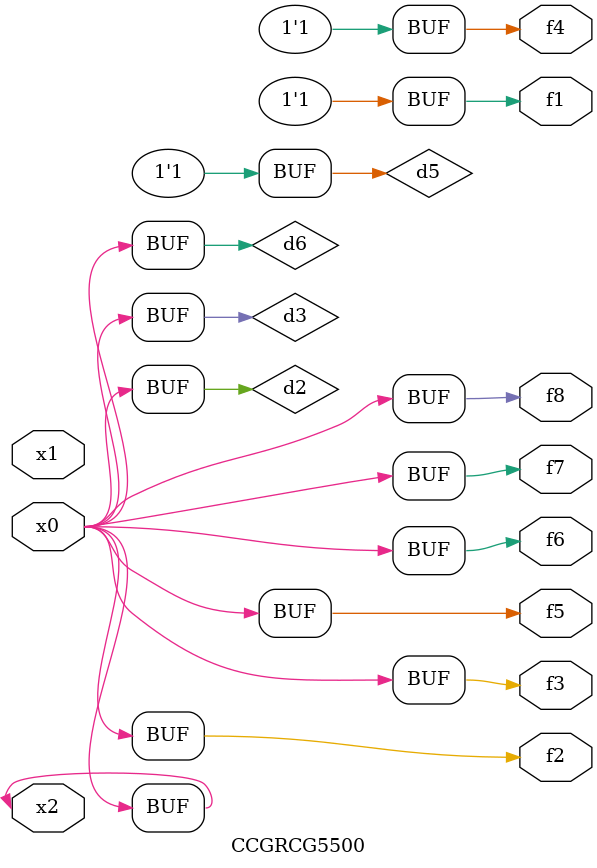
<source format=v>
module CCGRCG5500(
	input x0, x1, x2,
	output f1, f2, f3, f4, f5, f6, f7, f8
);

	wire d1, d2, d3, d4, d5, d6;

	xnor (d1, x2);
	buf (d2, x0, x2);
	and (d3, x0);
	xnor (d4, x1, x2);
	nand (d5, d1, d3);
	buf (d6, d2, d3);
	assign f1 = d5;
	assign f2 = d6;
	assign f3 = d6;
	assign f4 = d5;
	assign f5 = d6;
	assign f6 = d6;
	assign f7 = d6;
	assign f8 = d6;
endmodule

</source>
